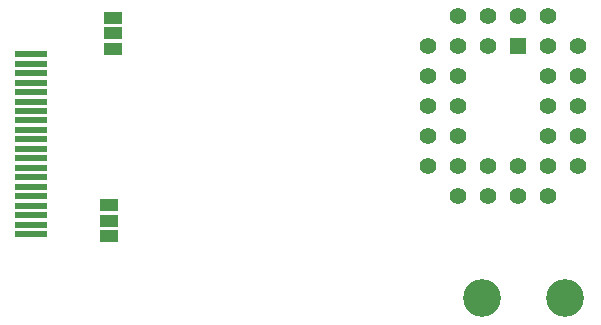
<source format=gbr>
%TF.GenerationSoftware,KiCad,Pcbnew,7.0.10*%
%TF.CreationDate,2024-03-07T18:21:54+01:00*%
%TF.ProjectId,ROM_Card,524f4d5f-4361-4726-942e-6b696361645f,rev?*%
%TF.SameCoordinates,Original*%
%TF.FileFunction,Soldermask,Bot*%
%TF.FilePolarity,Negative*%
%FSLAX46Y46*%
G04 Gerber Fmt 4.6, Leading zero omitted, Abs format (unit mm)*
G04 Created by KiCad (PCBNEW 7.0.10) date 2024-03-07 18:21:54*
%MOMM*%
%LPD*%
G01*
G04 APERTURE LIST*
%ADD10C,3.200000*%
%ADD11R,1.422400X1.422400*%
%ADD12C,1.422400*%
%ADD13R,1.500000X1.000000*%
%ADD14R,2.800000X0.550000*%
G04 APERTURE END LIST*
D10*
%TO.C,REF\u002A\u002A*%
X170292000Y-118618000D03*
%TD*%
%TO.C,REF\u002A\u002A*%
X177292000Y-118618000D03*
%TD*%
D11*
%TO.C,U2*%
X173355000Y-97282000D03*
D12*
X170815000Y-94742000D03*
X170815000Y-97282000D03*
X168275000Y-94742000D03*
X165735000Y-97282000D03*
X168275000Y-97282000D03*
X165735000Y-99822000D03*
X168275000Y-99822000D03*
X165735000Y-102362000D03*
X168275000Y-102362000D03*
X165735000Y-104902000D03*
X168275000Y-104902000D03*
X165735000Y-107442000D03*
X168275000Y-109982000D03*
X168275000Y-107442000D03*
X170815000Y-109982000D03*
X170815000Y-107442000D03*
X173355000Y-109982000D03*
X173355000Y-107442000D03*
X175895000Y-109982000D03*
X178435000Y-107442000D03*
X175895000Y-107442000D03*
X178435000Y-104902000D03*
X175895000Y-104902000D03*
X178435000Y-102362000D03*
X175895000Y-102362000D03*
X178435000Y-99822000D03*
X175895000Y-99822000D03*
X178435000Y-97282000D03*
X175895000Y-94742000D03*
X175895000Y-97282000D03*
X173355000Y-94742000D03*
%TD*%
D13*
%TO.C,SCS1*%
X138684000Y-113344000D03*
X138684000Y-112044000D03*
X138684000Y-110744000D03*
%TD*%
%TO.C,SA14*%
X139065000Y-94869000D03*
X139065000Y-96169000D03*
X139065000Y-97469000D03*
%TD*%
D14*
%TO.C,J1*%
X132080000Y-97951000D03*
X132080000Y-98751000D03*
X132080000Y-99551000D03*
X132080000Y-100351000D03*
X132080000Y-101151000D03*
X132080000Y-101951000D03*
X132080000Y-102751000D03*
X132080000Y-103551000D03*
X132080000Y-104351000D03*
X132080000Y-105151000D03*
X132080000Y-105966000D03*
X132080000Y-106766000D03*
X132080000Y-107566000D03*
X132080000Y-108366000D03*
X132080000Y-109166000D03*
X132080000Y-109966000D03*
X132080000Y-110766000D03*
X132080000Y-111566000D03*
X132080000Y-112366000D03*
X132080000Y-113166000D03*
%TD*%
M02*

</source>
